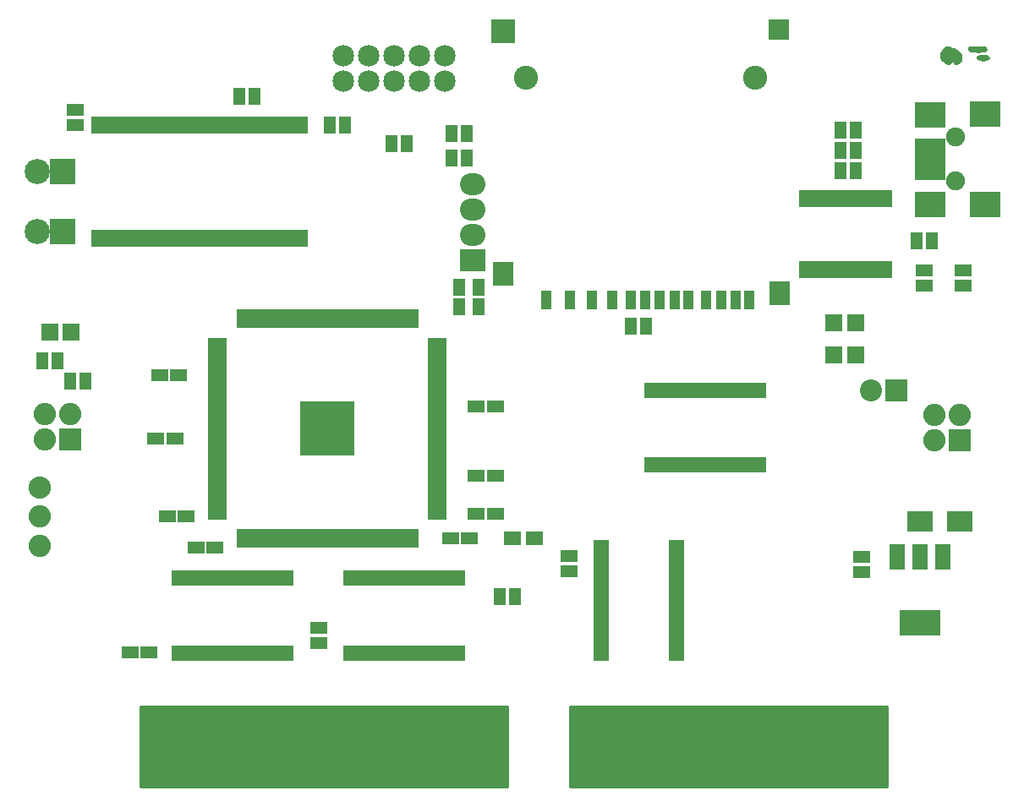
<source format=gts>
G04 #@! TF.FileFunction,Soldermask,Top*
%FSLAX46Y46*%
G04 Gerber Fmt 4.6, Leading zero omitted, Abs format (unit mm)*
G04 Created by KiCad (PCBNEW 4.0.3-stable) date 08/31/18 19:04:58*
%MOMM*%
%LPD*%
G01*
G04 APERTURE LIST*
%ADD10C,0.152400*%
%ADD11C,0.002540*%
%ADD12R,1.708000X1.408000*%
%ADD13R,1.708000X1.258000*%
%ADD14R,1.258000X1.708000*%
%ADD15R,0.863600X1.778000*%
%ADD16R,1.209040X7.508240*%
%ADD17R,1.209040X6.507480*%
%ADD18R,4.165600X2.540000*%
%ADD19R,1.524000X2.540000*%
%ADD20C,2.159000*%
%ADD21R,1.107440X1.907540*%
%ADD22R,2.009140X2.407920*%
%ADD23R,2.407920X2.407920*%
%ADD24R,2.108200X2.108200*%
%ADD25C,2.407920*%
%ADD26R,2.540000X2.235200*%
%ADD27O,2.540000X2.235200*%
%ADD28R,2.508000X2.508000*%
%ADD29C,2.508000*%
%ADD30R,2.235200X2.235200*%
%ADD31O,2.235200X2.235200*%
%ADD32R,2.508000X2.108000*%
%ADD33R,1.706880X1.706880*%
%ADD34R,1.981200X0.762000*%
%ADD35R,0.762000X1.981200*%
%ADD36R,5.508000X5.508000*%
%ADD37R,0.793000X1.508000*%
%ADD38R,1.508000X0.793000*%
%ADD39R,1.143000X1.651000*%
%ADD40R,1.651000X1.143000*%
%ADD41R,0.914400X1.778000*%
%ADD42R,3.007360X1.005840*%
%ADD43R,3.007360X2.506980*%
%ADD44C,1.915160*%
%ADD45R,1.708000X1.708000*%
%ADD46R,2.208000X2.208000*%
%ADD47O,2.208000X2.208000*%
%ADD48C,2.235200*%
%ADD49C,0.254000*%
G04 APERTURE END LIST*
D10*
D11*
G36*
X122184640Y-85123520D02*
X122161780Y-85377520D01*
X122072880Y-85542620D01*
X121938260Y-85656920D01*
X121712200Y-85794080D01*
X121562340Y-85814400D01*
X121450580Y-85710260D01*
X121417560Y-85654380D01*
X121323580Y-85476580D01*
X121135620Y-85654380D01*
X120952740Y-85789000D01*
X120785100Y-85809320D01*
X120592060Y-85705180D01*
X120386320Y-85529920D01*
X120188200Y-85324180D01*
X120094220Y-85141300D01*
X120068820Y-84907620D01*
X120068820Y-84872060D01*
X120094220Y-84605360D01*
X120195820Y-84402160D01*
X120348220Y-84239600D01*
X120627620Y-84031320D01*
X120871460Y-83975440D01*
X121067040Y-84077040D01*
X121084820Y-84097360D01*
X121257540Y-84183720D01*
X121359140Y-84173560D01*
X121511540Y-84181180D01*
X121707120Y-84308180D01*
X121854440Y-84442800D01*
X122055100Y-84661240D01*
X122154160Y-84846660D01*
X122184640Y-85067640D01*
X122184640Y-85123520D01*
X122184640Y-85123520D01*
X122184640Y-85123520D01*
G37*
X122184640Y-85123520D02*
X122161780Y-85377520D01*
X122072880Y-85542620D01*
X121938260Y-85656920D01*
X121712200Y-85794080D01*
X121562340Y-85814400D01*
X121450580Y-85710260D01*
X121417560Y-85654380D01*
X121323580Y-85476580D01*
X121135620Y-85654380D01*
X120952740Y-85789000D01*
X120785100Y-85809320D01*
X120592060Y-85705180D01*
X120386320Y-85529920D01*
X120188200Y-85324180D01*
X120094220Y-85141300D01*
X120068820Y-84907620D01*
X120068820Y-84872060D01*
X120094220Y-84605360D01*
X120195820Y-84402160D01*
X120348220Y-84239600D01*
X120627620Y-84031320D01*
X120871460Y-83975440D01*
X121067040Y-84077040D01*
X121084820Y-84097360D01*
X121257540Y-84183720D01*
X121359140Y-84173560D01*
X121511540Y-84181180D01*
X121707120Y-84308180D01*
X121854440Y-84442800D01*
X122055100Y-84661240D01*
X122154160Y-84846660D01*
X122184640Y-85067640D01*
X122184640Y-85123520D01*
X122184640Y-85123520D01*
G36*
X124965940Y-85176860D02*
X124859260Y-85308940D01*
X124610340Y-85390220D01*
X124343640Y-85408000D01*
X124003280Y-85380060D01*
X123807700Y-85293700D01*
X123787380Y-85273380D01*
X123708640Y-85098120D01*
X123787380Y-84966040D01*
X124010900Y-84884760D01*
X124343640Y-84856820D01*
X124658600Y-84872060D01*
X124844020Y-84925400D01*
X124922760Y-84999060D01*
X124965940Y-85176860D01*
X124965940Y-85176860D01*
X124965940Y-85176860D01*
G37*
X124965940Y-85176860D02*
X124859260Y-85308940D01*
X124610340Y-85390220D01*
X124343640Y-85408000D01*
X124003280Y-85380060D01*
X123807700Y-85293700D01*
X123787380Y-85273380D01*
X123708640Y-85098120D01*
X123787380Y-84966040D01*
X124010900Y-84884760D01*
X124343640Y-84856820D01*
X124658600Y-84872060D01*
X124844020Y-84925400D01*
X124922760Y-84999060D01*
X124965940Y-85176860D01*
X124965940Y-85176860D01*
G36*
X124706860Y-84313260D02*
X124676380Y-84435180D01*
X124531600Y-84511380D01*
X124252200Y-84552020D01*
X123843260Y-84562180D01*
X123416540Y-84549480D01*
X123116820Y-84516460D01*
X122966960Y-84460580D01*
X122964420Y-84460580D01*
X122883140Y-84298020D01*
X122862820Y-84163400D01*
X122870440Y-84074500D01*
X122911080Y-84018620D01*
X123020300Y-83985600D01*
X123226040Y-83972900D01*
X123558780Y-83967820D01*
X123706100Y-83967820D01*
X124097260Y-83972900D01*
X124353800Y-83985600D01*
X124508740Y-84018620D01*
X124595100Y-84071960D01*
X124638280Y-84130380D01*
X124706860Y-84313260D01*
X124706860Y-84313260D01*
X124706860Y-84313260D01*
G37*
X124706860Y-84313260D02*
X124676380Y-84435180D01*
X124531600Y-84511380D01*
X124252200Y-84552020D01*
X123843260Y-84562180D01*
X123416540Y-84549480D01*
X123116820Y-84516460D01*
X122966960Y-84460580D01*
X122964420Y-84460580D01*
X122883140Y-84298020D01*
X122862820Y-84163400D01*
X122870440Y-84074500D01*
X122911080Y-84018620D01*
X123020300Y-83985600D01*
X123226040Y-83972900D01*
X123558780Y-83967820D01*
X123706100Y-83967820D01*
X124097260Y-83972900D01*
X124353800Y-83985600D01*
X124508740Y-84018620D01*
X124595100Y-84071960D01*
X124638280Y-84130380D01*
X124706860Y-84313260D01*
X124706860Y-84313260D01*
D12*
X77250000Y-133275000D03*
X79450000Y-133275000D03*
D13*
X73600000Y-120050000D03*
X75500000Y-120050000D03*
X40850000Y-144700000D03*
X38950000Y-144700000D03*
X43400000Y-123300000D03*
X41500000Y-123300000D03*
X73600000Y-130825000D03*
X75500000Y-130825000D03*
X44550000Y-131050000D03*
X42650000Y-131050000D03*
D14*
X71850000Y-110050000D03*
X71850000Y-108150000D03*
D13*
X73600000Y-127025000D03*
X75500000Y-127025000D03*
X71000000Y-133300000D03*
X72900000Y-133300000D03*
D14*
X73800000Y-110050000D03*
X73800000Y-108150000D03*
D13*
X47450000Y-134250000D03*
X45550000Y-134250000D03*
D15*
X56301300Y-91870560D03*
X56301300Y-103229440D03*
X55501200Y-91870560D03*
X55501200Y-103229440D03*
X54701100Y-91870560D03*
X54701100Y-103229440D03*
X53901000Y-91870560D03*
X53901000Y-103229440D03*
X53100900Y-91870560D03*
X53100900Y-103229440D03*
X52300800Y-91870560D03*
X52300800Y-103229440D03*
X51500700Y-91870560D03*
X51500700Y-103229440D03*
X50700600Y-91870560D03*
X50700600Y-103229440D03*
X49900500Y-91870560D03*
X49900500Y-103229440D03*
X49100400Y-91870560D03*
X49100400Y-103229440D03*
X48300300Y-91870560D03*
X48300300Y-103229440D03*
X47500200Y-91870560D03*
X47500200Y-103229440D03*
X46700100Y-91870560D03*
X46700100Y-103229440D03*
X45900000Y-91870560D03*
X45900000Y-103229440D03*
X45099900Y-91870560D03*
X45099900Y-103229440D03*
X44299800Y-91870560D03*
X44299800Y-103229440D03*
X43499700Y-91870560D03*
X43499700Y-103229440D03*
X42699600Y-91870560D03*
X42699600Y-103229440D03*
X41899500Y-91870560D03*
X41899500Y-103229440D03*
X41099400Y-91870560D03*
X41099400Y-103229440D03*
X40299300Y-91870560D03*
X40299300Y-103229440D03*
X39499200Y-91870560D03*
X39499200Y-103229440D03*
X38699100Y-91870560D03*
X38699100Y-103229440D03*
X37899000Y-91870560D03*
X37899000Y-103229440D03*
X37098900Y-91870560D03*
X37098900Y-103229440D03*
X36298800Y-91870560D03*
X36298800Y-103229440D03*
X35498700Y-91870560D03*
X35498700Y-103229440D03*
D16*
X40855900Y-153779220D03*
X41854120Y-153779220D03*
D17*
X42855140Y-153280100D03*
X43855640Y-153279220D03*
X44856400Y-153279220D03*
X45854620Y-153279220D03*
D16*
X46855140Y-153780100D03*
X47856140Y-153779220D03*
D17*
X48854360Y-153279220D03*
X49855120Y-153279220D03*
X50855880Y-153279220D03*
X51854100Y-153279220D03*
D16*
X52854860Y-153779220D03*
D17*
X53855620Y-153279220D03*
X54856380Y-153279220D03*
X55854600Y-153279220D03*
X56855360Y-153279220D03*
D16*
X57856120Y-153779220D03*
D17*
X58854340Y-153279220D03*
X59855100Y-153279220D03*
X60855860Y-153279220D03*
X61854080Y-153279220D03*
D16*
X62854840Y-153779220D03*
D17*
X63855600Y-153279220D03*
X64856360Y-153279220D03*
X65854580Y-153279220D03*
D16*
X66855340Y-153779220D03*
D17*
X67856100Y-153279220D03*
D16*
X68854320Y-153779220D03*
D17*
X69855080Y-153279220D03*
X70855840Y-153279220D03*
X71854060Y-153279220D03*
X72854820Y-153279220D03*
X73855580Y-153279220D03*
X74856340Y-153279220D03*
D16*
X75854560Y-153779220D03*
X40855900Y-153779220D03*
X41854120Y-153779220D03*
D17*
X42855140Y-153280100D03*
X43855140Y-153280100D03*
X44856400Y-153279220D03*
X45854620Y-153279220D03*
X46855380Y-153279220D03*
D16*
X47856140Y-153779220D03*
D17*
X48854360Y-153279220D03*
X49855120Y-153279220D03*
X50855880Y-153279220D03*
X51854100Y-153279220D03*
D16*
X52854860Y-153779220D03*
D17*
X53855620Y-153279220D03*
X54856380Y-153279220D03*
X55854600Y-153279220D03*
X56855360Y-153279220D03*
D16*
X57856120Y-153779220D03*
D17*
X58854340Y-153279220D03*
X59855100Y-153279220D03*
X60855860Y-153279220D03*
X61854080Y-153279220D03*
D16*
X62854840Y-153779220D03*
D17*
X63855600Y-153279220D03*
X64856360Y-153279220D03*
X65854580Y-153279220D03*
D16*
X66855340Y-153779220D03*
D17*
X67856100Y-153279220D03*
D16*
X68854320Y-153779220D03*
D17*
X69855080Y-153279220D03*
X70855840Y-153279220D03*
X71854060Y-153279220D03*
X72854820Y-153279220D03*
X73855580Y-153279220D03*
X74856340Y-153279220D03*
D16*
X75854560Y-153779220D03*
D17*
X83855560Y-153279220D03*
X84856320Y-153279220D03*
X85854540Y-153279220D03*
X86855300Y-153279220D03*
D16*
X87856060Y-153779220D03*
D17*
X88854280Y-153279220D03*
X89855040Y-153279220D03*
X90855800Y-153279220D03*
X91854020Y-153279220D03*
D16*
X92854780Y-153779220D03*
D17*
X93855540Y-153279220D03*
X94856300Y-153279220D03*
X95854520Y-153279220D03*
X96855280Y-153279220D03*
X97856040Y-153279220D03*
X98854260Y-153279220D03*
X99855020Y-153279220D03*
D16*
X100855780Y-153779220D03*
D17*
X101854000Y-153279220D03*
X102854760Y-153279220D03*
X103855520Y-153279220D03*
X104856280Y-153279220D03*
D16*
X105854500Y-153779220D03*
D17*
X106855260Y-153279220D03*
X107856020Y-153279220D03*
X108854240Y-153279220D03*
X109855000Y-153279220D03*
D16*
X110855760Y-153779220D03*
X111853980Y-153779220D03*
D17*
X112854740Y-153279220D03*
D16*
X113855500Y-153779220D03*
D17*
X83855560Y-153279220D03*
X84856320Y-153279220D03*
X85854540Y-153279220D03*
X86855300Y-153279220D03*
D16*
X87856060Y-153779220D03*
D17*
X88854280Y-153279220D03*
X89855040Y-153279220D03*
X90855800Y-153279220D03*
X91854020Y-153279220D03*
D16*
X92854780Y-153779220D03*
D17*
X93855540Y-153279220D03*
X94856300Y-153279220D03*
X95854520Y-153279220D03*
X96855280Y-153279220D03*
X97856040Y-153279220D03*
X98854260Y-153279220D03*
X99855020Y-153279220D03*
D16*
X100855780Y-153779220D03*
D17*
X101854000Y-153279220D03*
X102854760Y-153279220D03*
X103855520Y-153279220D03*
X104856280Y-153279220D03*
D16*
X105854500Y-153779220D03*
D17*
X106855260Y-153279220D03*
X107856020Y-153279220D03*
X108854240Y-153279220D03*
X109855000Y-153279220D03*
D16*
X110855760Y-153779220D03*
X111853980Y-153779220D03*
D17*
X112854740Y-153279220D03*
D16*
X113855500Y-153779220D03*
D13*
X43800000Y-116950000D03*
X41900000Y-116950000D03*
D18*
X118050000Y-141752000D03*
D19*
X118050000Y-135148000D03*
X115764000Y-135148000D03*
X120336000Y-135148000D03*
D20*
X60270000Y-87470000D03*
X60270000Y-84930000D03*
X62810000Y-87470000D03*
X62810000Y-84930000D03*
X65350000Y-87470000D03*
X65350000Y-84930000D03*
X67890000Y-87470000D03*
X67890000Y-84930000D03*
X70430000Y-87470000D03*
X70430000Y-84930000D03*
D21*
X99548800Y-109399640D03*
X94849800Y-109399640D03*
X100900080Y-109399640D03*
X80597860Y-109399640D03*
X83000700Y-109399640D03*
X85200340Y-109399640D03*
X87199320Y-109399640D03*
X90549580Y-109399640D03*
X91949120Y-109399640D03*
X89099240Y-109399640D03*
X96650660Y-109399640D03*
X98149260Y-109399640D03*
X93450260Y-109399640D03*
D22*
X76249380Y-106801220D03*
D23*
X76249380Y-82501040D03*
D22*
X103950620Y-108701140D03*
D24*
X103899820Y-82351180D03*
D25*
X78598880Y-87100980D03*
X101499520Y-87100980D03*
D26*
X73200000Y-105400000D03*
D27*
X73200000Y-102860000D03*
X73200000Y-100320000D03*
X73200000Y-97780000D03*
D28*
X32150000Y-96500000D03*
D29*
X29610000Y-96500000D03*
D28*
X32150000Y-102550000D03*
D29*
X29610000Y-102550000D03*
D30*
X121975000Y-123425000D03*
D31*
X119435000Y-123425000D03*
X121975000Y-120885000D03*
X119435000Y-120885000D03*
D32*
X118050000Y-131550000D03*
X122050000Y-131550000D03*
D33*
X33024020Y-112650000D03*
X30925980Y-112650000D03*
D30*
X32950000Y-123375000D03*
D31*
X30410000Y-123375000D03*
X32950000Y-120835000D03*
X30410000Y-120835000D03*
D34*
X69718520Y-131057920D03*
D35*
X67457920Y-111281480D03*
D34*
X47684020Y-113542080D03*
D35*
X49942080Y-133318520D03*
D34*
X69718520Y-130557540D03*
D35*
X66957540Y-111281480D03*
D34*
X47684020Y-114042460D03*
D35*
X50442460Y-133318520D03*
D34*
X69718520Y-130057160D03*
D35*
X66457160Y-111281480D03*
D34*
X47684020Y-114542840D03*
D35*
X50942840Y-133318520D03*
D34*
X69718520Y-129556780D03*
D35*
X65956780Y-111281480D03*
D34*
X47684020Y-115043220D03*
D35*
X51443220Y-133318520D03*
D34*
X69718520Y-129056400D03*
D35*
X65456400Y-111281480D03*
D34*
X47684020Y-115543600D03*
D35*
X51943600Y-133318520D03*
D34*
X69718520Y-128556020D03*
D35*
X64956020Y-111281480D03*
D34*
X47684020Y-116043980D03*
D35*
X52443980Y-133318520D03*
D34*
X69718520Y-128055640D03*
D35*
X64455640Y-111281480D03*
D34*
X47684020Y-116544360D03*
D35*
X52944360Y-133318520D03*
D34*
X69718520Y-127555260D03*
D35*
X63955260Y-111281480D03*
D34*
X47684020Y-117044740D03*
D35*
X53444740Y-133318520D03*
D34*
X69718520Y-127054880D03*
D35*
X63454880Y-111281480D03*
D34*
X47684020Y-117545120D03*
D35*
X53945120Y-133318520D03*
D34*
X69718520Y-126554500D03*
D35*
X62954500Y-111281480D03*
D34*
X47684020Y-118045500D03*
D35*
X54445500Y-133318520D03*
D34*
X69718520Y-126054120D03*
D35*
X62454120Y-111281480D03*
D34*
X47684020Y-118545880D03*
D35*
X54945880Y-133318520D03*
D34*
X69718520Y-125553740D03*
D35*
X61953740Y-111281480D03*
D34*
X47684020Y-119046260D03*
D35*
X55446260Y-133318520D03*
D34*
X69718520Y-125053360D03*
D35*
X61453360Y-111281480D03*
D34*
X47684020Y-119546640D03*
D35*
X55946640Y-133318520D03*
D34*
X69718520Y-124552980D03*
D35*
X60952980Y-111281480D03*
D34*
X47684020Y-120047020D03*
D35*
X56447020Y-133318520D03*
D34*
X69718520Y-124052600D03*
D35*
X60452600Y-111281480D03*
D34*
X47684020Y-120547400D03*
D35*
X56947400Y-133318520D03*
D34*
X69718520Y-123552220D03*
D35*
X59952220Y-111281480D03*
D34*
X47684020Y-121047780D03*
D35*
X57447780Y-133318520D03*
D34*
X69718520Y-123051840D03*
D35*
X59451840Y-111281480D03*
D34*
X47684020Y-121548160D03*
D35*
X57948160Y-133318520D03*
D34*
X69718520Y-122551460D03*
D35*
X58951460Y-111281480D03*
D34*
X47684020Y-122048540D03*
D35*
X58448540Y-133318520D03*
D34*
X69718520Y-122051080D03*
D35*
X58451080Y-111281480D03*
D34*
X47684020Y-122548920D03*
D35*
X58948920Y-133318520D03*
D34*
X69718520Y-121550700D03*
D35*
X57950700Y-111281480D03*
D34*
X47684020Y-123049300D03*
D35*
X59449300Y-133318520D03*
D34*
X69718520Y-121050320D03*
D35*
X57450320Y-111281480D03*
D34*
X47684020Y-123549680D03*
D35*
X59949680Y-133318520D03*
D34*
X69718520Y-120549940D03*
D35*
X56949940Y-111281480D03*
D34*
X47684020Y-124050060D03*
D35*
X60450060Y-133318520D03*
D34*
X69718520Y-120049560D03*
D35*
X56449560Y-111281480D03*
D34*
X47684020Y-124550440D03*
D35*
X60950440Y-133318520D03*
D34*
X69718520Y-119549180D03*
D35*
X55949180Y-111281480D03*
D34*
X47684020Y-125050820D03*
D35*
X61450820Y-133318520D03*
D34*
X69718520Y-119048800D03*
D35*
X55448800Y-111281480D03*
D34*
X47684020Y-125551200D03*
D35*
X61951200Y-133318520D03*
D34*
X69718520Y-118548420D03*
D35*
X54948420Y-111281480D03*
D34*
X47684020Y-126051580D03*
D35*
X62451580Y-133318520D03*
D34*
X69718520Y-118048040D03*
D35*
X54448040Y-111281480D03*
D34*
X47684020Y-126551960D03*
D35*
X62951960Y-133318520D03*
D34*
X69718520Y-117547660D03*
D35*
X53947660Y-111281480D03*
D34*
X47684020Y-127052340D03*
D35*
X63452340Y-133318520D03*
D34*
X69718520Y-117047280D03*
D35*
X53447280Y-111281480D03*
D34*
X47684020Y-127552720D03*
D35*
X63952720Y-133318520D03*
D34*
X69718520Y-116546900D03*
D35*
X52946900Y-111281480D03*
D34*
X47684020Y-128053100D03*
D35*
X64453100Y-133318520D03*
D34*
X69718520Y-116046520D03*
D35*
X52446520Y-111281480D03*
D34*
X47684020Y-128553480D03*
D35*
X64953480Y-133318520D03*
D34*
X69718520Y-115546140D03*
D35*
X51946140Y-111281480D03*
D34*
X47684020Y-129053860D03*
D35*
X65453860Y-133318520D03*
D34*
X69718520Y-115045760D03*
D35*
X51445760Y-111281480D03*
D34*
X47684020Y-129554240D03*
D35*
X65954240Y-133318520D03*
D34*
X69718520Y-114545380D03*
D35*
X50945380Y-111281480D03*
D34*
X47684020Y-130054620D03*
D35*
X66454620Y-133318520D03*
D34*
X69718520Y-114045000D03*
D35*
X50445000Y-111281480D03*
D34*
X47684020Y-130555000D03*
D35*
X66955000Y-133318520D03*
D34*
X69718520Y-113544620D03*
D35*
X49944620Y-111281480D03*
D34*
X47684020Y-131055380D03*
D35*
X67455380Y-133318520D03*
D36*
X58700000Y-122300000D03*
D37*
X60650000Y-144800000D03*
X61150000Y-144800000D03*
X61650000Y-144800000D03*
X62150000Y-144800000D03*
X62650000Y-144800000D03*
X63150000Y-144800000D03*
X63650000Y-144800000D03*
X64150000Y-144800000D03*
X64650000Y-144800000D03*
X65150000Y-144800000D03*
X65650000Y-144800000D03*
X66150000Y-144800000D03*
X66650000Y-144800000D03*
X67150000Y-144800000D03*
X67650000Y-144800000D03*
X68150000Y-144800000D03*
X68650000Y-144800000D03*
X69150000Y-144800000D03*
X69650000Y-144800000D03*
X70150000Y-144800000D03*
X70650000Y-144800000D03*
X71150000Y-144800000D03*
X71650000Y-144800000D03*
X72150000Y-144800000D03*
X72150000Y-137300000D03*
X71650000Y-137300000D03*
X71150000Y-137300000D03*
X70650000Y-137300000D03*
X70150000Y-137300000D03*
X69650000Y-137300000D03*
X69150000Y-137300000D03*
X68650000Y-137300000D03*
X68150000Y-137300000D03*
X67650000Y-137300000D03*
X67150000Y-137300000D03*
X66650000Y-137300000D03*
X66150000Y-137300000D03*
X65650000Y-137300000D03*
X65150000Y-137300000D03*
X64650000Y-137300000D03*
X64150000Y-137300000D03*
X63650000Y-137300000D03*
X63150000Y-137300000D03*
X62650000Y-137300000D03*
X62150000Y-137300000D03*
X61650000Y-137300000D03*
X61150000Y-137300000D03*
X60650000Y-137300000D03*
D38*
X93650000Y-145250000D03*
X93650000Y-144750000D03*
X93650000Y-144250000D03*
X93650000Y-143750000D03*
X93650000Y-143250000D03*
X93650000Y-142750000D03*
X93650000Y-142250000D03*
X93650000Y-141750000D03*
X93650000Y-141250000D03*
X93650000Y-140750000D03*
X93650000Y-140250000D03*
X93650000Y-139750000D03*
X93650000Y-139250000D03*
X93650000Y-138750000D03*
X93650000Y-138250000D03*
X93650000Y-137750000D03*
X93650000Y-137250000D03*
X93650000Y-136750000D03*
X93650000Y-136250000D03*
X93650000Y-135750000D03*
X93650000Y-135250000D03*
X93650000Y-134750000D03*
X93650000Y-134250000D03*
X93650000Y-133750000D03*
X86150000Y-133750000D03*
X86150000Y-134250000D03*
X86150000Y-134750000D03*
X86150000Y-135250000D03*
X86150000Y-135750000D03*
X86150000Y-136250000D03*
X86150000Y-136750000D03*
X86150000Y-137250000D03*
X86150000Y-137750000D03*
X86150000Y-138250000D03*
X86150000Y-138750000D03*
X86150000Y-139250000D03*
X86150000Y-139750000D03*
X86150000Y-140250000D03*
X86150000Y-140750000D03*
X86150000Y-141250000D03*
X86150000Y-141750000D03*
X86150000Y-142250000D03*
X86150000Y-142750000D03*
X86150000Y-143250000D03*
X86150000Y-143750000D03*
X86150000Y-144250000D03*
X86150000Y-144750000D03*
X86150000Y-145250000D03*
D37*
X90750000Y-125950000D03*
X91250000Y-125950000D03*
X91750000Y-125950000D03*
X92250000Y-125950000D03*
X92750000Y-125950000D03*
X93250000Y-125950000D03*
X93750000Y-125950000D03*
X94250000Y-125950000D03*
X94750000Y-125950000D03*
X95250000Y-125950000D03*
X95750000Y-125950000D03*
X96250000Y-125950000D03*
X96750000Y-125950000D03*
X97250000Y-125950000D03*
X97750000Y-125950000D03*
X98250000Y-125950000D03*
X98750000Y-125950000D03*
X99250000Y-125950000D03*
X99750000Y-125950000D03*
X100250000Y-125950000D03*
X100750000Y-125950000D03*
X101250000Y-125950000D03*
X101750000Y-125950000D03*
X102250000Y-125950000D03*
X102250000Y-118450000D03*
X101750000Y-118450000D03*
X101250000Y-118450000D03*
X100750000Y-118450000D03*
X100250000Y-118450000D03*
X99750000Y-118450000D03*
X99250000Y-118450000D03*
X98750000Y-118450000D03*
X98250000Y-118450000D03*
X97750000Y-118450000D03*
X97250000Y-118450000D03*
X96750000Y-118450000D03*
X96250000Y-118450000D03*
X95750000Y-118450000D03*
X95250000Y-118450000D03*
X94750000Y-118450000D03*
X94250000Y-118450000D03*
X93750000Y-118450000D03*
X93250000Y-118450000D03*
X92750000Y-118450000D03*
X92250000Y-118450000D03*
X91750000Y-118450000D03*
X91250000Y-118450000D03*
X90750000Y-118450000D03*
X43450000Y-144800000D03*
X43950000Y-144800000D03*
X44450000Y-144800000D03*
X44950000Y-144800000D03*
X45450000Y-144800000D03*
X45950000Y-144800000D03*
X46450000Y-144800000D03*
X46950000Y-144800000D03*
X47450000Y-144800000D03*
X47950000Y-144800000D03*
X48450000Y-144800000D03*
X48950000Y-144800000D03*
X49450000Y-144800000D03*
X49950000Y-144800000D03*
X50450000Y-144800000D03*
X50950000Y-144800000D03*
X51450000Y-144800000D03*
X51950000Y-144800000D03*
X52450000Y-144800000D03*
X52950000Y-144800000D03*
X53450000Y-144800000D03*
X53950000Y-144800000D03*
X54450000Y-144800000D03*
X54950000Y-144800000D03*
X54950000Y-137300000D03*
X54450000Y-137300000D03*
X53950000Y-137300000D03*
X53450000Y-137300000D03*
X52950000Y-137300000D03*
X52450000Y-137300000D03*
X51950000Y-137300000D03*
X51450000Y-137300000D03*
X50950000Y-137300000D03*
X50450000Y-137300000D03*
X49950000Y-137300000D03*
X49450000Y-137300000D03*
X48950000Y-137300000D03*
X48450000Y-137300000D03*
X47950000Y-137300000D03*
X47450000Y-137300000D03*
X46950000Y-137300000D03*
X46450000Y-137300000D03*
X45950000Y-137300000D03*
X45450000Y-137300000D03*
X44950000Y-137300000D03*
X44450000Y-137300000D03*
X43950000Y-137300000D03*
X43450000Y-137300000D03*
D39*
X31662000Y-115500000D03*
X30138000Y-115500000D03*
X34487000Y-117500000D03*
X32963000Y-117500000D03*
X111612000Y-96425000D03*
X110088000Y-96425000D03*
X111612000Y-94425000D03*
X110088000Y-94425000D03*
X111612000Y-92425000D03*
X110088000Y-92425000D03*
X117663000Y-103450000D03*
X119187000Y-103450000D03*
D40*
X118425000Y-107987000D03*
X118425000Y-106463000D03*
X122325000Y-106463000D03*
X122325000Y-107987000D03*
D41*
X106384000Y-106381000D03*
X107019000Y-106381000D03*
X107679400Y-106381000D03*
X108339800Y-106381000D03*
X108974800Y-106381000D03*
X109635200Y-106381000D03*
X110295600Y-106381000D03*
X110930600Y-106381000D03*
X111591000Y-106381000D03*
X112226000Y-106381000D03*
X112886400Y-106381000D03*
X113546800Y-106381000D03*
X114181800Y-106381000D03*
X114842200Y-106381000D03*
X114842200Y-99269000D03*
X114181800Y-99269000D03*
X113572200Y-99269000D03*
X112886400Y-99269000D03*
X112226000Y-99269000D03*
X111591000Y-99269000D03*
X110930600Y-99269000D03*
X110295600Y-99269000D03*
X109635200Y-99269000D03*
X108974800Y-99269000D03*
X108339800Y-99269000D03*
X107679400Y-99269000D03*
X107019000Y-99269000D03*
X106384000Y-99269000D03*
D42*
X119050640Y-95300000D03*
X119050640Y-96097560D03*
X119050640Y-93702340D03*
X119050640Y-94502440D03*
D43*
X124549740Y-90801660D03*
X124549740Y-99798340D03*
X119050640Y-90900720D03*
X119050640Y-99798340D03*
D44*
X121550000Y-97499640D03*
X121550000Y-93100360D03*
D42*
X119050640Y-96897660D03*
D45*
X109400000Y-111650000D03*
X111600000Y-111650000D03*
X109400000Y-114950000D03*
X111600000Y-114950000D03*
D46*
X115675000Y-118500000D03*
D47*
X113135000Y-118500000D03*
D48*
X29925000Y-128200000D03*
D31*
X29925000Y-131050000D03*
X29925000Y-134050000D03*
D40*
X57825000Y-142238000D03*
X57825000Y-143762000D03*
D39*
X75988000Y-139150000D03*
X77512000Y-139150000D03*
D40*
X82900000Y-136562000D03*
X82900000Y-135038000D03*
D39*
X90562000Y-112025000D03*
X89038000Y-112025000D03*
X66662000Y-93750000D03*
X65138000Y-93750000D03*
X72612000Y-95150000D03*
X71088000Y-95150000D03*
X72612000Y-92750000D03*
X71088000Y-92750000D03*
X58913000Y-91850000D03*
X60437000Y-91850000D03*
X49913000Y-89000000D03*
X51437000Y-89000000D03*
D40*
X33425000Y-90338000D03*
X33425000Y-91862000D03*
X112150000Y-135163000D03*
X112150000Y-136687000D03*
D49*
G36*
X76730860Y-158153100D02*
X39984680Y-158153100D01*
X39984680Y-150157180D01*
X76730860Y-150157180D01*
X76730860Y-158153100D01*
X76730860Y-158153100D01*
G37*
X76730860Y-158153100D02*
X39984680Y-158153100D01*
X39984680Y-150157180D01*
X76730860Y-150157180D01*
X76730860Y-158153100D01*
G36*
X114731800Y-158153100D02*
X82984340Y-158153100D01*
X82984340Y-150157180D01*
X114731800Y-150157180D01*
X114731800Y-158153100D01*
X114731800Y-158153100D01*
G37*
X114731800Y-158153100D02*
X82984340Y-158153100D01*
X82984340Y-150157180D01*
X114731800Y-150157180D01*
X114731800Y-158153100D01*
M02*

</source>
